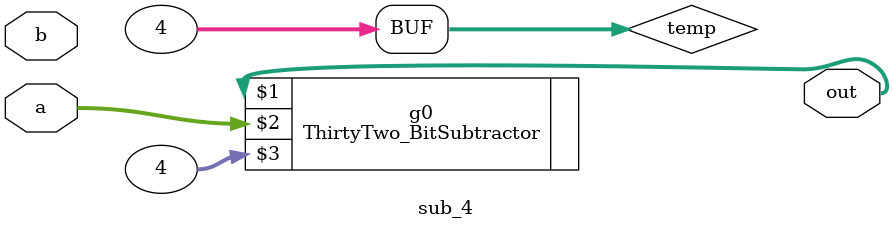
<source format=v>
`timescale 1ns / 1ps

//Plus 4
module add_4(out,a,b);
 //Input and output ports
 input[31:0]a,b;
 output[31:0]out;

 //Logic of the code
 wire [31:0] temp = {{28{1'b0}},4'b0100};

 // Instantiate the adder module
 ThirtyTwo_BitAdder g0(out,a,temp);

endmodule


//Sub 4
module sub_4(out,a,b);
 //Input and output ports
 input[31:0]a,b;
 output[31:0]out;

 
 //Logic of the code
 wire[31:0]temp={{28{1'b0}},4'b0100};

 // Instantiate the full subtractor module
 ThirtyTwo_BitSubtractor g0(out,a,temp);

endmodule


</source>
